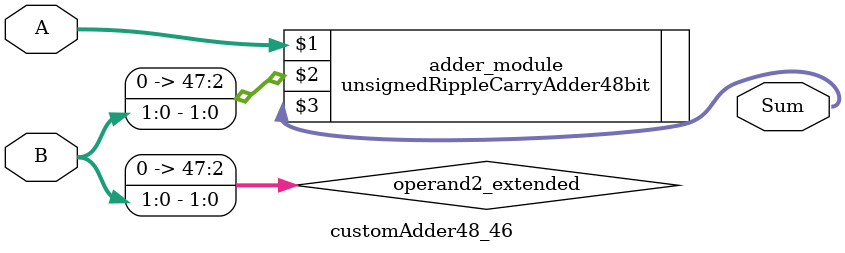
<source format=v>
module customAdder48_46(
                        input [47 : 0] A,
                        input [1 : 0] B,
                        
                        output [48 : 0] Sum
                );

        wire [47 : 0] operand2_extended;
        
        assign operand2_extended =  {46'b0, B};
        
        unsignedRippleCarryAdder48bit adder_module(
            A,
            operand2_extended,
            Sum
        );
        
        endmodule
        
</source>
